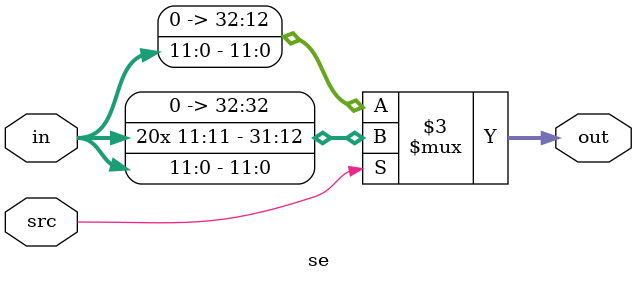
<source format=sv>
module se (
    input   logic [11:0] in,
    input   logic        src,
    output  logic [32:0] out
);

    always_comb begin
        case (src)
            1'b1: out = { {20{in[11]}}, in[11:0] };
            default: out = { {20{1'b0}}, in[11:0] };
        endcase
    end

endmodule
</source>
